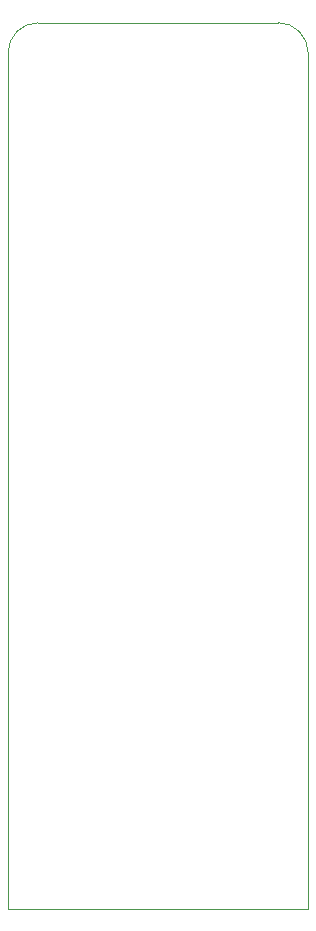
<source format=gm1>
G04 #@! TF.GenerationSoftware,KiCad,Pcbnew,8.99.0-1829-g5db4d10c86*
G04 #@! TF.CreationDate,2024-08-04T21:37:52+02:00*
G04 #@! TF.ProjectId,fiit-esp32-kit-pcb,66696974-2d65-4737-9033-322d6b69742d,0.1*
G04 #@! TF.SameCoordinates,Original*
G04 #@! TF.FileFunction,Profile,NP*
%FSLAX46Y46*%
G04 Gerber Fmt 4.6, Leading zero omitted, Abs format (unit mm)*
G04 Created by KiCad (PCBNEW 8.99.0-1829-g5db4d10c86) date 2024-08-04 21:37:52*
%MOMM*%
%LPD*%
G01*
G04 APERTURE LIST*
G04 #@! TA.AperFunction,Profile*
%ADD10C,0.100000*%
G04 #@! TD*
G04 #@! TA.AperFunction,Profile*
%ADD11C,0.050000*%
G04 #@! TD*
G04 APERTURE END LIST*
D10*
X195000000Y-50690000D02*
G75*
G02*
X197540000Y-48150000I2540000J0D01*
G01*
D11*
X195000000Y-123150000D02*
X195000000Y-50690000D01*
X197540000Y-48150000D02*
X217860000Y-48150000D01*
X220400000Y-123150000D02*
X195000000Y-123150000D01*
D10*
X217860000Y-48150000D02*
G75*
G02*
X220400000Y-50690000I0J-2540000D01*
G01*
D11*
X220400000Y-50690000D02*
X220400000Y-123150000D01*
M02*

</source>
